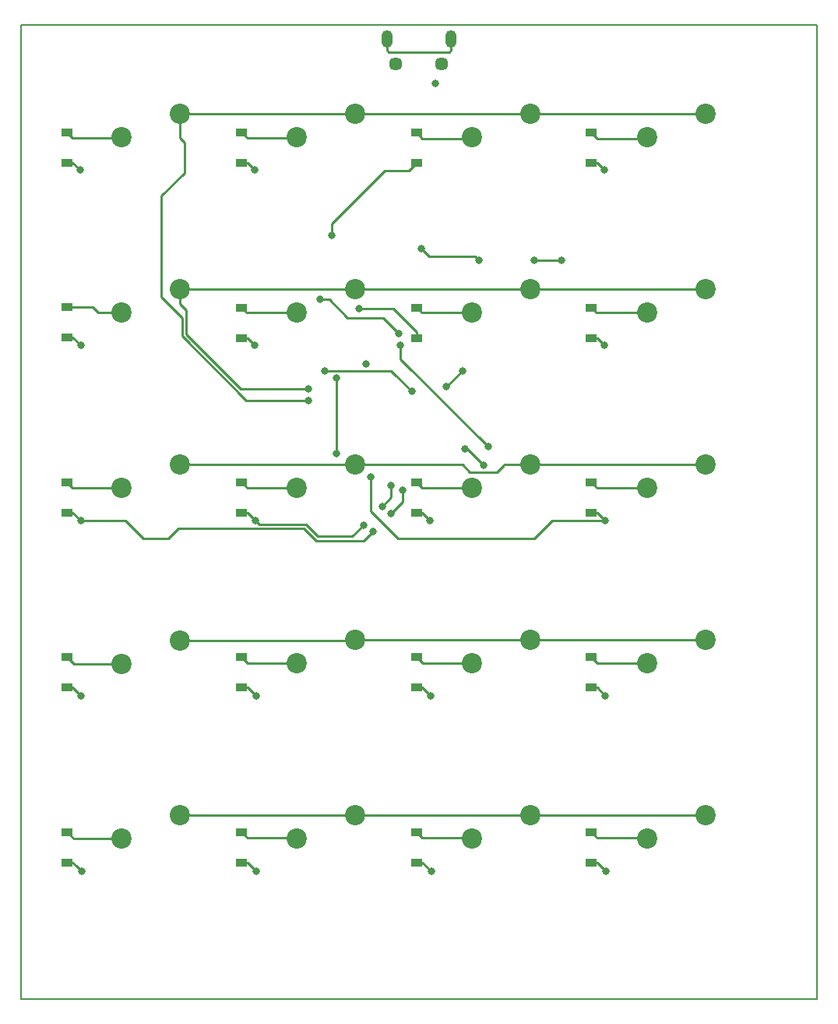
<source format=gbr>
%TF.GenerationSoftware,KiCad,Pcbnew,(5.0.2-5-10.14)*%
%TF.CreationDate,2019-04-08T21:19:03+10:00*%
%TF.ProjectId,macropod,6d616372-6f70-46f6-942e-6b696361645f,rev?*%
%TF.SameCoordinates,Original*%
%TF.FileFunction,Copper,L1,Top*%
%TF.FilePolarity,Positive*%
%FSLAX46Y46*%
G04 Gerber Fmt 4.6, Leading zero omitted, Abs format (unit mm)*
G04 Created by KiCad (PCBNEW (5.0.2-5-10.14)) date Monday, 08 April 2019 at 09:19:03 pm*
%MOMM*%
%LPD*%
G01*
G04 APERTURE LIST*
%ADD10C,0.150000*%
%ADD11C,2.200000*%
%ADD12O,1.200000X1.900000*%
%ADD13C,1.450000*%
%ADD14R,1.200000X0.900000*%
%ADD15C,0.800000*%
%ADD16C,0.250000*%
G04 APERTURE END LIST*
D10*
X29700000Y-28429951D02*
X29700000Y-134229951D01*
X29700000Y-134229951D02*
X116300000Y-134229951D01*
X116300000Y-28429951D02*
X116300000Y-134229951D01*
X29700000Y-28429951D02*
X116300000Y-28429951D01*
D11*
X46990049Y-38100000D03*
X40640049Y-40640000D03*
D12*
X76500000Y-29922451D03*
X69500000Y-29922451D03*
D13*
X75500000Y-32622451D03*
X70500000Y-32622451D03*
D11*
X46990049Y-57149951D03*
X40640049Y-59689951D03*
X46990049Y-76199902D03*
X40640049Y-78739902D03*
X46990049Y-95316708D03*
X40640049Y-97856708D03*
X46990049Y-114299804D03*
X40640049Y-116839804D03*
X59690000Y-40640000D03*
X66040000Y-38100000D03*
X66040000Y-57149951D03*
X59690000Y-59689951D03*
X59690000Y-78739902D03*
X66040000Y-76199902D03*
X59690000Y-97789853D03*
X66040000Y-95249853D03*
X66040000Y-114299804D03*
X59690000Y-116839804D03*
X78739951Y-40640000D03*
X85089951Y-38100000D03*
X85089951Y-57149951D03*
X78739951Y-59689951D03*
X78739951Y-78739902D03*
X85089951Y-76199902D03*
X85089951Y-95249853D03*
X78739951Y-97789853D03*
X78739951Y-116839804D03*
X85089951Y-114299804D03*
X104139902Y-38100000D03*
X97789902Y-40640000D03*
X97789902Y-59689951D03*
X104139902Y-57149951D03*
X97789902Y-78739902D03*
X104139902Y-76199902D03*
X97789902Y-97789853D03*
X104139902Y-95249853D03*
X97790000Y-116839804D03*
X104140000Y-114299804D03*
D14*
X34740000Y-43390000D03*
X34740000Y-40090000D03*
X34740000Y-62365000D03*
X34740000Y-59065000D03*
X34740000Y-81415000D03*
X34740000Y-78115000D03*
X34740000Y-100415000D03*
X34740000Y-97115000D03*
X34740000Y-119415000D03*
X34740000Y-116115000D03*
X53740000Y-43390000D03*
X53740000Y-40090000D03*
X53740000Y-59115000D03*
X53740000Y-62415000D03*
X53740000Y-78090000D03*
X53740000Y-81390000D03*
X53740000Y-97115000D03*
X53740000Y-100415000D03*
X53740000Y-116115000D03*
X53740000Y-119415000D03*
X72740000Y-43415000D03*
X72740000Y-40115000D03*
X72740000Y-59115000D03*
X72740000Y-62415000D03*
X72740000Y-78115000D03*
X72740000Y-81415000D03*
X72740000Y-97115000D03*
X72740000Y-100415000D03*
X72740000Y-116115000D03*
X72740000Y-119415000D03*
X91740000Y-40115000D03*
X91740000Y-43415000D03*
X91740000Y-62415000D03*
X91740000Y-59115000D03*
X91740000Y-81390000D03*
X91740000Y-78090000D03*
X91740000Y-97115000D03*
X91740000Y-100415000D03*
X91740000Y-119390000D03*
X91740000Y-116090000D03*
D15*
X67250000Y-65229951D03*
X80000000Y-76229951D03*
X78000000Y-74479951D03*
X74800000Y-34729949D03*
X71000000Y-63229951D03*
X80500000Y-74229951D03*
X88500000Y-53979951D03*
X85500000Y-53979951D03*
X79500000Y-53979951D03*
X73250000Y-52729951D03*
X36332433Y-120382433D03*
X36282482Y-101332482D03*
X36232531Y-82282531D03*
X36232580Y-63232580D03*
X36157629Y-44182629D03*
X71250000Y-78979951D03*
X70000000Y-81479951D03*
X68000000Y-83479951D03*
X55332433Y-120382433D03*
X55282482Y-101332482D03*
X55257531Y-82282531D03*
X55182580Y-63232580D03*
X55157629Y-44182629D03*
X70000000Y-78479951D03*
X69000000Y-80729951D03*
X67000000Y-82729951D03*
X74332433Y-120382433D03*
X74282482Y-101332482D03*
X74232531Y-82282531D03*
X66500000Y-59229951D03*
X63500000Y-51229951D03*
X64000000Y-66729951D03*
X64000000Y-74979951D03*
X93357433Y-120382433D03*
X93282482Y-101332482D03*
X93257531Y-82282531D03*
X93182580Y-63232580D03*
X93132629Y-44182629D03*
X67750000Y-77479951D03*
X77750000Y-65979951D03*
X72250000Y-68229951D03*
X62750000Y-65979951D03*
X76000000Y-67729951D03*
X61000000Y-69229951D03*
X61000000Y-67979951D03*
X70823002Y-61979951D03*
X62250000Y-58229951D03*
D16*
X78250000Y-74479951D02*
X78000000Y-74479951D01*
X80000000Y-76229951D02*
X78250000Y-74479951D01*
X71000000Y-63229951D02*
X71000000Y-64729951D01*
X71000000Y-64729951D02*
X80500000Y-74229951D01*
X80500000Y-74229951D02*
X80500000Y-74229951D01*
X88500000Y-53979951D02*
X85500000Y-53979951D01*
X85500000Y-53979951D02*
X85500000Y-53979951D01*
X79100001Y-53579952D02*
X74100001Y-53579952D01*
X79500000Y-53979951D02*
X79100001Y-53579952D01*
X74100001Y-53579952D02*
X73250000Y-52729951D01*
X73250000Y-52729951D02*
X73250000Y-52729951D01*
X36332433Y-120382433D02*
X36332433Y-120382433D01*
X36282482Y-101332482D02*
X36282482Y-101332482D01*
X36232531Y-82282531D02*
X36232531Y-82282531D01*
X36232580Y-63232580D02*
X36232580Y-63232580D01*
X36157629Y-44182629D02*
X36157629Y-44182629D01*
X71250000Y-78979951D02*
X71250000Y-79979951D01*
X71250000Y-79979951D02*
X71250000Y-80229951D01*
X71250000Y-80229951D02*
X70000000Y-81479951D01*
X70000000Y-81479951D02*
X70000000Y-81479951D01*
X61863590Y-84479951D02*
X67000000Y-84479951D01*
X60516179Y-83132540D02*
X61863590Y-84479951D01*
X46847411Y-83132540D02*
X60516179Y-83132540D01*
X45750000Y-84229951D02*
X46847411Y-83132540D01*
X67000000Y-84479951D02*
X68000000Y-83479951D01*
X43000000Y-84229951D02*
X45750000Y-84229951D01*
X41052580Y-82282531D02*
X43000000Y-84229951D01*
X36232531Y-82282531D02*
X41052580Y-82282531D01*
X35365000Y-43390000D02*
X36157629Y-44182629D01*
X34740000Y-43390000D02*
X35365000Y-43390000D01*
X35365000Y-62365000D02*
X36232580Y-63232580D01*
X34740000Y-62365000D02*
X35365000Y-62365000D01*
X35365000Y-81415000D02*
X36232531Y-82282531D01*
X34740000Y-81415000D02*
X35365000Y-81415000D01*
X35365000Y-100415000D02*
X36282482Y-101332482D01*
X34740000Y-100415000D02*
X35365000Y-100415000D01*
X35719951Y-119769951D02*
X36332433Y-120382433D01*
X35365000Y-119415000D02*
X35719951Y-119769951D01*
X34740000Y-119415000D02*
X35365000Y-119415000D01*
X40565049Y-40715000D02*
X40640049Y-40640000D01*
X35365000Y-40715000D02*
X40565049Y-40715000D01*
X34740000Y-40090000D02*
X35365000Y-40715000D01*
X37505049Y-59065000D02*
X34740000Y-59065000D01*
X38130000Y-59689951D02*
X37505049Y-59065000D01*
X40640049Y-59689951D02*
X38130000Y-59689951D01*
X35364902Y-78739902D02*
X34740000Y-78115000D01*
X40640049Y-78739902D02*
X35364902Y-78739902D01*
X35481708Y-97856708D02*
X34740000Y-97115000D01*
X40640049Y-97856708D02*
X35481708Y-97856708D01*
X35464804Y-116839804D02*
X34740000Y-116115000D01*
X40640049Y-116839804D02*
X35464804Y-116839804D01*
X59615000Y-40715000D02*
X59690000Y-40640000D01*
X54365000Y-40715000D02*
X59615000Y-40715000D01*
X53740000Y-40090000D02*
X54365000Y-40715000D01*
X55332433Y-120382433D02*
X55332433Y-120382433D01*
X55282482Y-101332482D02*
X55282482Y-101332482D01*
X55257531Y-82282531D02*
X55257531Y-82282531D01*
X55182580Y-63232580D02*
X55182580Y-63232580D01*
X55157629Y-44182629D02*
X55157629Y-44182629D01*
X70000000Y-79045636D02*
X70000000Y-78479951D01*
X60702579Y-82682530D02*
X62000000Y-83979951D01*
X55657530Y-82682530D02*
X60702579Y-82682530D01*
X55257531Y-82282531D02*
X55657530Y-82682530D01*
X70000000Y-79045636D02*
X70000000Y-79729951D01*
X70000000Y-79729951D02*
X69000000Y-80729951D01*
X69000000Y-80729951D02*
X69000000Y-80729951D01*
X67000000Y-82729951D02*
X65750000Y-83979951D01*
X62000000Y-83979951D02*
X65750000Y-83979951D01*
X54365000Y-43390000D02*
X55157629Y-44182629D01*
X53740000Y-43390000D02*
X54365000Y-43390000D01*
X54365000Y-62415000D02*
X55182580Y-63232580D01*
X53740000Y-62415000D02*
X54365000Y-62415000D01*
X54365000Y-81390000D02*
X55257531Y-82282531D01*
X53740000Y-81390000D02*
X54365000Y-81390000D01*
X54365000Y-100415000D02*
X55282482Y-101332482D01*
X53740000Y-100415000D02*
X54365000Y-100415000D01*
X54365000Y-119415000D02*
X55332433Y-120382433D01*
X53740000Y-119415000D02*
X54365000Y-119415000D01*
X54314951Y-59689951D02*
X53740000Y-59115000D01*
X59690000Y-59689951D02*
X54314951Y-59689951D01*
X54389902Y-78739902D02*
X53740000Y-78090000D01*
X59690000Y-78739902D02*
X54389902Y-78739902D01*
X54414951Y-97789951D02*
X53740000Y-97115000D01*
X59689902Y-97789951D02*
X54414951Y-97789951D01*
X59690000Y-97789853D02*
X59689902Y-97789951D01*
X59590196Y-116740000D02*
X59690000Y-116839804D01*
X54365000Y-116740000D02*
X59590196Y-116740000D01*
X53740000Y-116115000D02*
X54365000Y-116740000D01*
X74332433Y-120382433D02*
X74332433Y-120382433D01*
X74282482Y-101332482D02*
X74282482Y-101332482D01*
X74232531Y-82282531D02*
X74232531Y-82282531D01*
X66500000Y-59229951D02*
X66500000Y-59229951D01*
X64000000Y-66729951D02*
X64000000Y-74979951D01*
X68000000Y-59229951D02*
X66500000Y-59229951D01*
X69000000Y-59229951D02*
X68000000Y-59229951D01*
X63500000Y-49979951D02*
X63500000Y-51229951D01*
X71925049Y-44229951D02*
X69250000Y-44229951D01*
X69250000Y-44229951D02*
X63500000Y-49979951D01*
X72740000Y-43415000D02*
X71925049Y-44229951D01*
X70179951Y-59229951D02*
X68000000Y-59229951D01*
X72740000Y-61790000D02*
X70179951Y-59229951D01*
X72740000Y-62415000D02*
X72740000Y-61790000D01*
X73365000Y-81415000D02*
X74232531Y-82282531D01*
X72740000Y-81415000D02*
X73365000Y-81415000D01*
X73365000Y-100415000D02*
X74282482Y-101332482D01*
X72740000Y-100415000D02*
X73365000Y-100415000D01*
X73365000Y-119415000D02*
X74332433Y-120382433D01*
X72740000Y-119415000D02*
X73365000Y-119415000D01*
X73365000Y-40740000D02*
X78639951Y-40740000D01*
X78639951Y-40740000D02*
X78739951Y-40640000D01*
X72740000Y-40115000D02*
X73365000Y-40740000D01*
X73314951Y-59689951D02*
X72740000Y-59115000D01*
X78739951Y-59689951D02*
X73314951Y-59689951D01*
X73364902Y-78739902D02*
X72740000Y-78115000D01*
X78739951Y-78739902D02*
X73364902Y-78739902D01*
X73414853Y-97789853D02*
X72740000Y-97115000D01*
X78739951Y-97789853D02*
X73414853Y-97789853D01*
X78640147Y-116740000D02*
X78739951Y-116839804D01*
X73365000Y-116740000D02*
X78640147Y-116740000D01*
X72740000Y-116115000D02*
X73365000Y-116740000D01*
X97689902Y-40740000D02*
X97789902Y-40640000D01*
X92365000Y-40740000D02*
X97689902Y-40740000D01*
X91740000Y-40115000D02*
X92365000Y-40740000D01*
X93357433Y-120382433D02*
X93357433Y-120382433D01*
X93282482Y-101332482D02*
X93282482Y-101332482D01*
X93257531Y-82282531D02*
X93257531Y-82282531D01*
X93182580Y-63232580D02*
X93182580Y-63232580D01*
X93132629Y-44182629D02*
X93132629Y-44182629D01*
X93257531Y-82282531D02*
X87447420Y-82282531D01*
X87447420Y-82282531D02*
X85500000Y-84229951D01*
X85500000Y-84229951D02*
X70750000Y-84229951D01*
X70750000Y-84229951D02*
X67750000Y-81229951D01*
X67750000Y-81229951D02*
X67750000Y-77479951D01*
X67750000Y-77479951D02*
X67750000Y-77479951D01*
X92365000Y-43415000D02*
X93132629Y-44182629D01*
X91740000Y-43415000D02*
X92365000Y-43415000D01*
X92365000Y-62415000D02*
X93182580Y-63232580D01*
X91740000Y-62415000D02*
X92365000Y-62415000D01*
X92365000Y-81390000D02*
X93257531Y-82282531D01*
X91740000Y-81390000D02*
X92365000Y-81390000D01*
X92365000Y-100415000D02*
X93282482Y-101332482D01*
X91740000Y-100415000D02*
X92365000Y-100415000D01*
X92365000Y-119390000D02*
X93357433Y-120382433D01*
X91740000Y-119390000D02*
X92365000Y-119390000D01*
X92314951Y-59689951D02*
X91740000Y-59115000D01*
X97789902Y-59689951D02*
X92314951Y-59689951D01*
X92389902Y-78739902D02*
X91740000Y-78090000D01*
X97789902Y-78739902D02*
X92389902Y-78739902D01*
X92414853Y-97789853D02*
X91740000Y-97115000D01*
X97789902Y-97789853D02*
X92414853Y-97789853D01*
X97665196Y-116715000D02*
X97790000Y-116839804D01*
X92365000Y-116715000D02*
X97665196Y-116715000D01*
X91740000Y-116090000D02*
X92365000Y-116715000D01*
X69500000Y-31122451D02*
X69500000Y-29922451D01*
X76500000Y-29922451D02*
X76500000Y-31122451D01*
X76272500Y-31349951D02*
X69727500Y-31349951D01*
X76500000Y-31122451D02*
X76272500Y-31349951D01*
X69727500Y-31349951D02*
X69500000Y-31122451D01*
X77750000Y-65979951D02*
X77750000Y-65979951D01*
X72250000Y-68229951D02*
X70250000Y-66229951D01*
X70250000Y-66229951D02*
X70000000Y-65979951D01*
X70000000Y-65979951D02*
X67750000Y-65979951D01*
X67750000Y-65979951D02*
X62750000Y-65979951D01*
X62750000Y-65979951D02*
X62750000Y-65979951D01*
X77750000Y-65979951D02*
X76000000Y-67729951D01*
X76000000Y-67729951D02*
X76000000Y-67729951D01*
X104139902Y-38100000D02*
X85089951Y-38100000D01*
X85089951Y-38100000D02*
X66040000Y-38100000D01*
X66040000Y-38100000D02*
X46990049Y-38100000D01*
X46990049Y-40720000D02*
X46990049Y-38100000D01*
X47500000Y-44479951D02*
X47500000Y-41229951D01*
X45000000Y-46979951D02*
X47500000Y-44479951D01*
X47250000Y-60229951D02*
X45000000Y-57979951D01*
X47500000Y-41229951D02*
X46990049Y-40720000D01*
X61000000Y-69229951D02*
X54250000Y-69229951D01*
X45000000Y-57979951D02*
X45000000Y-46979951D01*
X47250000Y-62229951D02*
X47250000Y-60229951D01*
X54250000Y-69229951D02*
X47250000Y-62229951D01*
X46990049Y-57149951D02*
X66040000Y-57149951D01*
X66040000Y-57149951D02*
X85089951Y-57149951D01*
X85089951Y-57149951D02*
X104139902Y-57149951D01*
X46990049Y-58705585D02*
X47700010Y-59415546D01*
X46990049Y-57149951D02*
X46990049Y-58705585D01*
X47700010Y-59415546D02*
X47700010Y-62043551D01*
X61000000Y-67979951D02*
X53636410Y-67979951D01*
X47700010Y-62043551D02*
X53636410Y-67979951D01*
X104139902Y-76199902D02*
X85089951Y-76199902D01*
X46990049Y-76199902D02*
X66040000Y-76199902D01*
X82250000Y-76199902D02*
X82250000Y-76229951D01*
X85089951Y-76199902D02*
X82250000Y-76199902D01*
X82250000Y-76229951D02*
X81500000Y-76979951D01*
X78530049Y-76979951D02*
X77750000Y-76199902D01*
X81500000Y-76979951D02*
X78530049Y-76979951D01*
X77750000Y-76199902D02*
X66040000Y-76199902D01*
X65973145Y-95316708D02*
X66040000Y-95249853D01*
X46990049Y-95316708D02*
X65973145Y-95316708D01*
X66040000Y-95249853D02*
X85089951Y-95249853D01*
X85089951Y-95249853D02*
X104139902Y-95249853D01*
X104140000Y-114299804D02*
X85089951Y-114299804D01*
X85089951Y-114299804D02*
X66040000Y-114299804D01*
X66040000Y-114299804D02*
X46990049Y-114299804D01*
X70823002Y-61979951D02*
X69073002Y-60229951D01*
X69073002Y-60229951D02*
X65500000Y-60229951D01*
X65500000Y-60229951D02*
X65250000Y-60229951D01*
X65250000Y-60229951D02*
X63250000Y-58229951D01*
X63250000Y-58229951D02*
X62250000Y-58229951D01*
X62250000Y-58229951D02*
X62250000Y-58229951D01*
M02*

</source>
